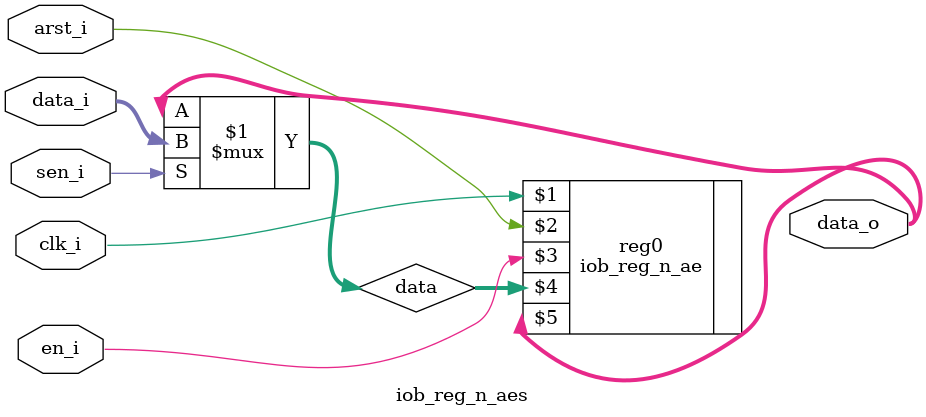
<source format=v>
`timescale 1ns / 1ps

module iob_reg_n_aes
  #(
    parameter DATA_W = 0,
    parameter RST_VAL = 0
    )
   (
    input                   clk_i,
    input                   arst_i,
    input                   en_i,
    input                   sen_i,
    input [DATA_W-1:0]      data_i,
    output reg [DATA_W-1:0] data_o
    );

   wire [DATA_W-1:0]    data;
   assign data = sen_i? data_i: data_o;

   iob_reg_n_ae #(DATA_W, RST_VAL) reg0 (clk_i, arst_i, en_i, data, data_o);

endmodule

</source>
